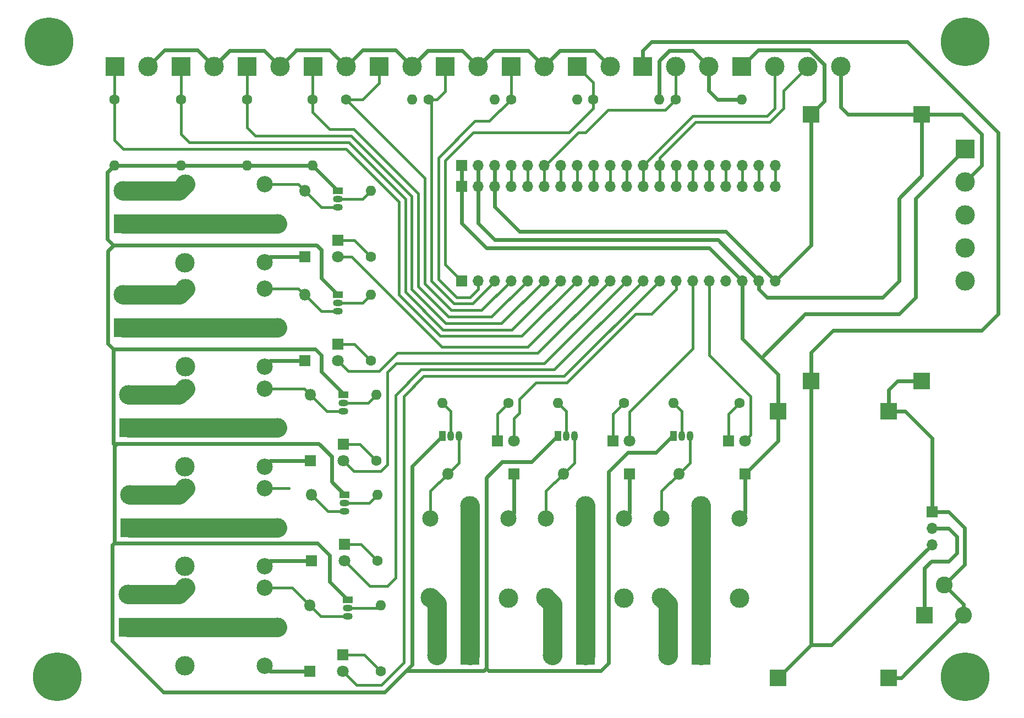
<source format=gbr>
%TF.GenerationSoftware,KiCad,Pcbnew,(6.0.5)*%
%TF.CreationDate,2024-03-19T18:28:54+03:00*%
%TF.ProjectId,gas_detection,6761735f-6465-4746-9563-74696f6e2e6b,rev?*%
%TF.SameCoordinates,Original*%
%TF.FileFunction,Copper,L1,Top*%
%TF.FilePolarity,Positive*%
%FSLAX46Y46*%
G04 Gerber Fmt 4.6, Leading zero omitted, Abs format (unit mm)*
G04 Created by KiCad (PCBNEW (6.0.5)) date 2024-03-19 18:28:54*
%MOMM*%
%LPD*%
G01*
G04 APERTURE LIST*
%TA.AperFunction,ComponentPad*%
%ADD10R,1.050000X1.500000*%
%TD*%
%TA.AperFunction,ComponentPad*%
%ADD11O,1.050000X1.500000*%
%TD*%
%TA.AperFunction,ComponentPad*%
%ADD12C,1.600000*%
%TD*%
%TA.AperFunction,ComponentPad*%
%ADD13O,1.600000X1.600000*%
%TD*%
%TA.AperFunction,ComponentPad*%
%ADD14C,3.000000*%
%TD*%
%TA.AperFunction,ComponentPad*%
%ADD15C,2.500000*%
%TD*%
%TA.AperFunction,ComponentPad*%
%ADD16R,3.000000X3.000000*%
%TD*%
%TA.AperFunction,ComponentPad*%
%ADD17R,2.600000X2.600000*%
%TD*%
%TA.AperFunction,ComponentPad*%
%ADD18C,2.600000*%
%TD*%
%TA.AperFunction,ComponentPad*%
%ADD19C,7.500000*%
%TD*%
%TA.AperFunction,ComponentPad*%
%ADD20R,1.800000X1.800000*%
%TD*%
%TA.AperFunction,ComponentPad*%
%ADD21C,1.800000*%
%TD*%
%TA.AperFunction,ComponentPad*%
%ADD22R,1.700000X1.700000*%
%TD*%
%TA.AperFunction,ComponentPad*%
%ADD23O,1.700000X1.700000*%
%TD*%
%TA.AperFunction,ComponentPad*%
%ADD24R,1.500000X1.050000*%
%TD*%
%TA.AperFunction,ComponentPad*%
%ADD25O,1.500000X1.050000*%
%TD*%
%TA.AperFunction,ComponentPad*%
%ADD26O,1.800000X1.800000*%
%TD*%
%TA.AperFunction,ComponentPad*%
%ADD27R,2.500000X2.500000*%
%TD*%
%TA.AperFunction,Conductor*%
%ADD28C,0.600000*%
%TD*%
%TA.AperFunction,Conductor*%
%ADD29C,0.400000*%
%TD*%
%TA.AperFunction,Conductor*%
%ADD30C,3.000000*%
%TD*%
G04 APERTURE END LIST*
D10*
%TO.P,Q7,1,E*%
%TO.N,GND*%
X160880000Y-110240000D03*
D11*
%TO.P,Q7,2,B*%
%TO.N,Net-(Q7-Pad2)*%
X162150000Y-110240000D03*
%TO.P,Q7,3,C*%
%TO.N,Net-(D11-Pad2)*%
X163420000Y-110240000D03*
%TD*%
D12*
%TO.P,R13,1*%
%TO.N,Float_Chamber4_min*%
X102870000Y-58420000D03*
D13*
%TO.P,R13,2*%
%TO.N,GND*%
X102870000Y-68580000D03*
%TD*%
D14*
%TO.P,K7,1*%
%TO.N,Net-(J14-Pad1)*%
X165100000Y-121040000D03*
D15*
%TO.P,K7,2*%
%TO.N,Net-(D11-Pad2)*%
X159050000Y-122990000D03*
D14*
%TO.P,K7,3*%
%TO.N,Net-(J14-Pad2)*%
X159050000Y-135190000D03*
%TO.P,K7,4*%
%TO.N,unconnected-(K7-Pad4)*%
X171100000Y-135240000D03*
D15*
%TO.P,K7,5*%
%TO.N,+5V*%
X171050000Y-122990000D03*
%TD*%
D14*
%TO.P,K6,1*%
%TO.N,Net-(J13-Pad1)*%
X147320000Y-121040000D03*
D15*
%TO.P,K6,2*%
%TO.N,Net-(D10-Pad2)*%
X141270000Y-122990000D03*
D14*
%TO.P,K6,3*%
%TO.N,Net-(J13-Pad2)*%
X141270000Y-135190000D03*
%TO.P,K6,4*%
%TO.N,unconnected-(K6-Pad4)*%
X153320000Y-135240000D03*
D15*
%TO.P,K6,5*%
%TO.N,+5V*%
X153270000Y-122990000D03*
%TD*%
D16*
%TO.P,J17,1,Pin_1*%
%TO.N,Float_Chamber2_min*%
X143510000Y-53340000D03*
D14*
%TO.P,J17,2,Pin_2*%
%TO.N,+3V3*%
X148590000Y-53340000D03*
%TD*%
D17*
%TO.P,J1,1*%
%TO.N,Net-(J1-Pad1)*%
X217320000Y-137910000D03*
D18*
%TO.P,J1,2*%
%TO.N,GND*%
X223320000Y-137910000D03*
%TO.P,J1,3*%
X220320000Y-133210000D03*
%TD*%
D16*
%TO.P,J12,1,Pin_1*%
%TO.N,Net-(J12-Pad1)*%
X94740000Y-139700000D03*
D14*
%TO.P,J12,2,Pin_2*%
%TO.N,Net-(J12-Pad2)*%
X94740000Y-134620000D03*
%TD*%
D19*
%TO.P,H4,1*%
%TO.N,N/C*%
X82550000Y-49530000D03*
%TD*%
D20*
%TO.P,D14,1,K*%
%TO.N,Net-(D14-Pad1)*%
X151560000Y-111000000D03*
D21*
%TO.P,D14,2,A*%
%TO.N,Solenoid2_Output*%
X154100000Y-111000000D03*
%TD*%
D16*
%TO.P,J11,1,Pin_1*%
%TO.N,Net-(J11-Pad1)*%
X95030000Y-124370000D03*
D14*
%TO.P,J11,2,Pin_2*%
%TO.N,Net-(J11-Pad2)*%
X95030000Y-119290000D03*
%TD*%
D12*
%TO.P,R2,1*%
%TO.N,Net-(D5-Pad1)*%
X132080000Y-82660000D03*
D13*
%TO.P,R2,2*%
%TO.N,Net-(Q1-Pad2)*%
X132080000Y-72500000D03*
%TD*%
D19*
%TO.P,H2,1*%
%TO.N,N/C*%
X83820000Y-147320000D03*
%TD*%
D22*
%TO.P,J2,1,Pin_1*%
%TO.N,Float_Chamber1_min*%
X146055000Y-86360000D03*
D23*
%TO.P,J2,2,Pin_2*%
%TO.N,Float_Chamber1_max*%
X148595000Y-86360000D03*
%TO.P,J2,3,Pin_3*%
%TO.N,Float_Chamber2_min*%
X151135000Y-86360000D03*
%TO.P,J2,4,Pin_4*%
%TO.N,Float_Chamber2_max*%
X153675000Y-86360000D03*
%TO.P,J2,5,Pin_5*%
%TO.N,Float_Chamber3_min*%
X156215000Y-86360000D03*
%TO.P,J2,6,Pin_6*%
%TO.N,Float_Chamber3_max*%
X158755000Y-86360000D03*
%TO.P,J2,7,Pin_7*%
%TO.N,Float_Chamber4_min*%
X161295000Y-86360000D03*
%TO.P,J2,8,Pin_8*%
%TO.N,Float_Chamber4_max*%
X163835000Y-86360000D03*
%TO.P,J2,9,Pin_9*%
%TO.N,Electrode1_Output*%
X166375000Y-86360000D03*
%TO.P,J2,10,Pin_10*%
%TO.N,Electrode2_Output*%
X168915000Y-86360000D03*
%TO.P,J2,11,Pin_11*%
%TO.N,Electrode3_Output*%
X171455000Y-86360000D03*
%TO.P,J2,12,Pin_12*%
%TO.N,Electrode4_Output*%
X173995000Y-86360000D03*
%TO.P,J2,13,Pin_13*%
%TO.N,Solenoid1_Output*%
X176535000Y-86360000D03*
%TO.P,J2,14,Pin_14*%
%TO.N,Solenoid2_Output*%
X179075000Y-86360000D03*
%TO.P,J2,15,Pin_15*%
%TO.N,Solenoid3_Output*%
X181615000Y-86360000D03*
%TO.P,J2,16,Pin_16*%
%TO.N,Solenoid4_Output*%
X184155000Y-86360000D03*
%TO.P,J2,17,Pin_17*%
%TO.N,OLED_SDA*%
X186695000Y-86360000D03*
%TO.P,J2,18,Pin_18*%
%TO.N,+5V*%
X189235000Y-86360000D03*
%TO.P,J2,19,Pin_19*%
%TO.N,GND*%
X191775000Y-86360000D03*
%TO.P,J2,20,Pin_20*%
%TO.N,+3V3*%
X194315000Y-86360000D03*
%TD*%
D19*
%TO.P,H3,1*%
%TO.N,N/C*%
X223520000Y-49530000D03*
%TD*%
D12*
%TO.P,R1,1*%
%TO.N,Gas_Pressure_Out*%
X178990000Y-58420000D03*
D13*
%TO.P,R1,2*%
%TO.N,GND*%
X189150000Y-58420000D03*
%TD*%
D24*
%TO.P,Q3,1,E*%
%TO.N,GND*%
X127880000Y-103940000D03*
D25*
%TO.P,Q3,2,B*%
%TO.N,Net-(Q3-Pad2)*%
X127880000Y-105210000D03*
%TO.P,Q3,3,C*%
%TO.N,Net-(D3-Pad2)*%
X127880000Y-106480000D03*
%TD*%
D16*
%TO.P,J20,1,Pin_1*%
%TO.N,Float_Chamber1_max*%
X153670000Y-53340000D03*
D14*
%TO.P,J20,2,Pin_2*%
%TO.N,+3V3*%
X158750000Y-53340000D03*
%TD*%
D16*
%TO.P,J9,1,Pin_1*%
%TO.N,Net-(J9-Pad1)*%
X94000000Y-93610000D03*
D14*
%TO.P,J9,2,Pin_2*%
%TO.N,Net-(J9-Pad2)*%
X94000000Y-88530000D03*
%TD*%
D20*
%TO.P,D5,1,K*%
%TO.N,Net-(D5-Pad1)*%
X127000000Y-80120000D03*
D21*
%TO.P,D5,2,A*%
%TO.N,Electrode1_Output*%
X127000000Y-82660000D03*
%TD*%
D14*
%TO.P,K2,1*%
%TO.N,Net-(J9-Pad1)*%
X117740000Y-93610000D03*
D15*
%TO.P,K2,2*%
%TO.N,Net-(D2-Pad2)*%
X115790000Y-87560000D03*
D14*
%TO.P,K2,3*%
%TO.N,Net-(J9-Pad2)*%
X103590000Y-87560000D03*
%TO.P,K2,4*%
%TO.N,unconnected-(K2-Pad4)*%
X103540000Y-99610000D03*
D15*
%TO.P,K2,5*%
%TO.N,+5V*%
X115790000Y-99560000D03*
%TD*%
D24*
%TO.P,Q4,1,E*%
%TO.N,GND*%
X128050000Y-119290000D03*
D25*
%TO.P,Q4,2,B*%
%TO.N,Net-(Q4-Pad2)*%
X128050000Y-120560000D03*
%TO.P,Q4,3,C*%
%TO.N,Net-(D4-Pad2)*%
X128050000Y-121830000D03*
%TD*%
D12*
%TO.P,R3,1*%
%TO.N,Net-(D6-Pad1)*%
X132100000Y-98690000D03*
D13*
%TO.P,R3,2*%
%TO.N,Net-(Q2-Pad2)*%
X132100000Y-88530000D03*
%TD*%
D20*
%TO.P,D16,1,K*%
%TO.N,Net-(D16-Pad1)*%
X187120000Y-111000000D03*
D21*
%TO.P,D16,2,A*%
%TO.N,Solenoid4_Output*%
X189660000Y-111000000D03*
%TD*%
D12*
%TO.P,R17,1*%
%TO.N,Float_Chamber4_max*%
X92630000Y-58420000D03*
D13*
%TO.P,R17,2*%
%TO.N,GND*%
X92630000Y-68580000D03*
%TD*%
D12*
%TO.P,R12,1*%
%TO.N,Float_Chamber3_min*%
X123110000Y-58420000D03*
D13*
%TO.P,R12,2*%
%TO.N,GND*%
X123110000Y-68580000D03*
%TD*%
D12*
%TO.P,R16,1*%
%TO.N,Float_Chamber3_max*%
X113030000Y-58420000D03*
D13*
%TO.P,R16,2*%
%TO.N,GND*%
X113030000Y-68580000D03*
%TD*%
D20*
%TO.P,D8,1,K*%
%TO.N,Net-(D8-Pad1)*%
X128050000Y-126910000D03*
D21*
%TO.P,D8,2,A*%
%TO.N,Electrode4_Output*%
X128050000Y-129450000D03*
%TD*%
D20*
%TO.P,D7,1,K*%
%TO.N,Net-(D7-Pad1)*%
X127880000Y-111560000D03*
D21*
%TO.P,D7,2,A*%
%TO.N,Electrode3_Output*%
X127880000Y-114100000D03*
%TD*%
D12*
%TO.P,R11,1*%
%TO.N,Float_Chamber2_min*%
X140970000Y-58420000D03*
D13*
%TO.P,R11,2*%
%TO.N,GND*%
X151130000Y-58420000D03*
%TD*%
D16*
%TO.P,J15,1,Pin_1*%
%TO.N,Net-(J15-Pad1)*%
X182880000Y-144020000D03*
D14*
%TO.P,J15,2,Pin_2*%
%TO.N,Net-(J15-Pad2)*%
X177800000Y-144020000D03*
%TD*%
%TO.P,K4,1*%
%TO.N,Net-(J11-Pad1)*%
X117720000Y-124370000D03*
D15*
%TO.P,K4,2*%
%TO.N,Net-(D4-Pad2)*%
X115770000Y-118320000D03*
D14*
%TO.P,K4,3*%
%TO.N,Net-(J11-Pad2)*%
X103570000Y-118320000D03*
%TO.P,K4,4*%
%TO.N,unconnected-(K4-Pad4)*%
X103520000Y-130370000D03*
D15*
%TO.P,K4,5*%
%TO.N,+5V*%
X115770000Y-130320000D03*
%TD*%
D12*
%TO.P,R4,1*%
%TO.N,Net-(D7-Pad1)*%
X132960000Y-114100000D03*
D13*
%TO.P,R4,2*%
%TO.N,Net-(Q3-Pad2)*%
X132960000Y-103940000D03*
%TD*%
D16*
%TO.P,J23,1,Pin_1*%
%TO.N,Float_Chamber4_max*%
X92710000Y-53340000D03*
D14*
%TO.P,J23,2,Pin_2*%
%TO.N,+3V3*%
X97790000Y-53340000D03*
%TD*%
D16*
%TO.P,J10,1,Pin_1*%
%TO.N,Net-(J10-Pad1)*%
X94860000Y-109020000D03*
D14*
%TO.P,J10,2,Pin_2*%
%TO.N,Net-(J10-Pad2)*%
X94860000Y-103940000D03*
%TD*%
D12*
%TO.P,R5,1*%
%TO.N,Net-(D8-Pad1)*%
X133130000Y-129450000D03*
D13*
%TO.P,R5,2*%
%TO.N,Net-(Q4-Pad2)*%
X133130000Y-119290000D03*
%TD*%
D22*
%TO.P,SW1,1,A*%
%TO.N,GND*%
X218440000Y-121920000D03*
D23*
%TO.P,SW1,2,B*%
%TO.N,Net-(J1-Pad1)*%
X218440000Y-124460000D03*
%TO.P,SW1,3,C*%
%TO.N,+24V*%
X218440000Y-127000000D03*
%TD*%
D16*
%TO.P,J18,1,Pin_1*%
%TO.N,Float_Chamber3_min*%
X123190000Y-53340000D03*
D14*
%TO.P,J18,2,Pin_2*%
%TO.N,+3V3*%
X128270000Y-53340000D03*
%TD*%
D20*
%TO.P,D1,1,K*%
%TO.N,+5V*%
X121920000Y-82660000D03*
D26*
%TO.P,D1,2,A*%
%TO.N,Net-(D1-Pad2)*%
X121920000Y-72500000D03*
%TD*%
D16*
%TO.P,J19,1,Pin_1*%
%TO.N,Float_Chamber4_min*%
X102870000Y-53340000D03*
D14*
%TO.P,J19,2,Pin_2*%
%TO.N,+3V3*%
X107950000Y-53340000D03*
%TD*%
D10*
%TO.P,Q6,1,E*%
%TO.N,GND*%
X143100000Y-110240000D03*
D11*
%TO.P,Q6,2,B*%
%TO.N,Net-(Q6-Pad2)*%
X144370000Y-110240000D03*
%TO.P,Q6,3,C*%
%TO.N,Net-(D10-Pad2)*%
X145640000Y-110240000D03*
%TD*%
D12*
%TO.P,R9,1*%
%TO.N,Net-(D16-Pad1)*%
X188820000Y-105160000D03*
D13*
%TO.P,R9,2*%
%TO.N,Net-(Q8-Pad2)*%
X178660000Y-105160000D03*
%TD*%
D27*
%TO.P,U1,1,IN+*%
%TO.N,+24V*%
X199805000Y-101810000D03*
%TO.P,U1,2,IN-*%
%TO.N,GND*%
X216865000Y-101810000D03*
%TO.P,U1,3,OUT+*%
%TO.N,+3V3*%
X199805000Y-60750000D03*
%TO.P,U1,4,OUT-*%
%TO.N,GND*%
X216865000Y-60750000D03*
%TD*%
D22*
%TO.P,J4,1,Pin_1*%
%TO.N,+5V*%
X146060000Y-71860000D03*
D23*
%TO.P,J4,2,Pin_2*%
%TO.N,GND*%
X148600000Y-71860000D03*
%TO.P,J4,3,Pin_3*%
%TO.N,+3V3*%
X151140000Y-71860000D03*
%TO.P,J4,4,Pin_4*%
%TO.N,OLED_SCL*%
X153680000Y-71860000D03*
%TO.P,J4,5,Pin_5*%
%TO.N,OLED_RST*%
X156220000Y-71860000D03*
%TO.P,J4,6,Pin_6*%
%TO.N,Gas_Pressure_Out*%
X158760000Y-71860000D03*
%TO.P,J4,7,Pin_7*%
%TO.N,/general_layout/PB0*%
X161300000Y-71860000D03*
%TO.P,J4,8,Pin_8*%
%TO.N,/general_layout/PA7*%
X163840000Y-71860000D03*
%TO.P,J4,9,Pin_9*%
%TO.N,/general_layout/PA6*%
X166380000Y-71860000D03*
%TO.P,J4,10,Pin_10*%
%TO.N,/general_layout/PA5*%
X168920000Y-71860000D03*
%TO.P,J4,11,Pin_11*%
%TO.N,/general_layout/PA4*%
X171460000Y-71860000D03*
%TO.P,J4,12,Pin_12*%
%TO.N,Gas_Flowrate_Tx*%
X174000000Y-71860000D03*
%TO.P,J4,13,Pin_13*%
%TO.N,Gas_Flowrate_Rx*%
X176540000Y-71860000D03*
%TO.P,J4,14,Pin_14*%
%TO.N,/general_layout/PA1*%
X179080000Y-71860000D03*
%TO.P,J4,15,Pin_15*%
%TO.N,/general_layout/PA0*%
X181620000Y-71860000D03*
%TO.P,J4,16,Pin_16*%
%TO.N,/general_layout/NRST*%
X184160000Y-71860000D03*
%TO.P,J4,17,Pin_17*%
%TO.N,/general_layout/PC15*%
X186700000Y-71860000D03*
%TO.P,J4,18,Pin_18*%
%TO.N,/general_layout/PC14*%
X189240000Y-71860000D03*
%TO.P,J4,19,Pin_19*%
%TO.N,/general_layout/PC13*%
X191780000Y-71860000D03*
%TO.P,J4,20,Pin_20*%
%TO.N,/general_layout/VB*%
X194320000Y-71860000D03*
%TD*%
D12*
%TO.P,R14,1*%
%TO.N,Float_Chamber1_max*%
X153670000Y-58420000D03*
D13*
%TO.P,R14,2*%
%TO.N,GND*%
X163830000Y-58420000D03*
%TD*%
D16*
%TO.P,J5,1,Pin_1*%
%TO.N,+5V*%
X223520000Y-66040000D03*
D14*
%TO.P,J5,2,Pin_2*%
%TO.N,GND*%
X223520000Y-71120000D03*
%TO.P,J5,3,Pin_3*%
%TO.N,OLED_RST*%
X223520000Y-76200000D03*
%TO.P,J5,4,Pin_4*%
%TO.N,OLED_SCL*%
X223520000Y-81280000D03*
%TO.P,J5,5,Pin_5*%
%TO.N,OLED_SDA*%
X223520000Y-86360000D03*
%TD*%
D16*
%TO.P,J13,1,Pin_1*%
%TO.N,Net-(J13-Pad1)*%
X147320000Y-144020000D03*
D14*
%TO.P,J13,2,Pin_2*%
%TO.N,Net-(J13-Pad2)*%
X142240000Y-144020000D03*
%TD*%
D20*
%TO.P,D4,1,K*%
%TO.N,+5V*%
X122970000Y-129450000D03*
D26*
%TO.P,D4,2,A*%
%TO.N,Net-(D4-Pad2)*%
X122970000Y-119290000D03*
%TD*%
D12*
%TO.P,R15,1*%
%TO.N,Float_Chamber2_max*%
X128270000Y-58420000D03*
D13*
%TO.P,R15,2*%
%TO.N,GND*%
X138430000Y-58420000D03*
%TD*%
D12*
%TO.P,R7,1*%
%TO.N,Net-(D14-Pad1)*%
X153260000Y-105160000D03*
D13*
%TO.P,R7,2*%
%TO.N,Net-(Q6-Pad2)*%
X143100000Y-105160000D03*
%TD*%
D16*
%TO.P,J22,1,Pin_1*%
%TO.N,Float_Chamber3_max*%
X113030000Y-53340000D03*
D14*
%TO.P,J22,2,Pin_2*%
%TO.N,+3V3*%
X118110000Y-53340000D03*
%TD*%
%TO.P,K1,1*%
%TO.N,Net-(J8-Pad1)*%
X117720000Y-77580000D03*
D15*
%TO.P,K1,2*%
%TO.N,Net-(D1-Pad2)*%
X115770000Y-71530000D03*
D14*
%TO.P,K1,3*%
%TO.N,Net-(J8-Pad2)*%
X103570000Y-71530000D03*
%TO.P,K1,4*%
%TO.N,unconnected-(K1-Pad4)*%
X103520000Y-83580000D03*
D15*
%TO.P,K1,5*%
%TO.N,+5V*%
X115770000Y-83530000D03*
%TD*%
D24*
%TO.P,Q1,1,E*%
%TO.N,GND*%
X127000000Y-72500000D03*
D25*
%TO.P,Q1,2,B*%
%TO.N,Net-(Q1-Pad2)*%
X127000000Y-73770000D03*
%TO.P,Q1,3,C*%
%TO.N,Net-(D1-Pad2)*%
X127000000Y-75040000D03*
%TD*%
D16*
%TO.P,J16,1,Pin_1*%
%TO.N,Float_Chamber1_min*%
X163830000Y-53340000D03*
D14*
%TO.P,J16,2,Pin_2*%
%TO.N,+3V3*%
X168910000Y-53340000D03*
%TD*%
D16*
%TO.P,J14,1,Pin_1*%
%TO.N,Net-(J14-Pad1)*%
X165100000Y-144020000D03*
D14*
%TO.P,J14,2,Pin_2*%
%TO.N,Net-(J14-Pad2)*%
X160020000Y-144020000D03*
%TD*%
D16*
%TO.P,J8,1,Pin_1*%
%TO.N,Net-(J8-Pad1)*%
X93980000Y-77580000D03*
D14*
%TO.P,J8,2,Pin_2*%
%TO.N,Net-(J8-Pad2)*%
X93980000Y-72500000D03*
%TD*%
D16*
%TO.P,J6,1,Pin_1*%
%TO.N,+24V*%
X173910000Y-53340000D03*
D14*
%TO.P,J6,2,Pin_2*%
%TO.N,Gas_Pressure_Out*%
X178990000Y-53340000D03*
%TO.P,J6,3,Pin_3*%
%TO.N,GND*%
X184070000Y-53340000D03*
%TD*%
D20*
%TO.P,D15,1,K*%
%TO.N,Net-(D15-Pad1)*%
X169340000Y-111000000D03*
D21*
%TO.P,D15,2,A*%
%TO.N,Solenoid3_Output*%
X171880000Y-111000000D03*
%TD*%
D12*
%TO.P,R6,1*%
%TO.N,Net-(D13-Pad1)*%
X133600000Y-146480000D03*
D13*
%TO.P,R6,2*%
%TO.N,Net-(Q5-Pad2)*%
X133600000Y-136320000D03*
%TD*%
D20*
%TO.P,D13,1,K*%
%TO.N,Net-(D13-Pad1)*%
X127760000Y-143940000D03*
D21*
%TO.P,D13,2,A*%
%TO.N,Solenoid1_Output*%
X127760000Y-146480000D03*
%TD*%
D14*
%TO.P,K8,1*%
%TO.N,Net-(J15-Pad1)*%
X182880000Y-121040000D03*
D15*
%TO.P,K8,2*%
%TO.N,Net-(D12-Pad2)*%
X176830000Y-122990000D03*
D14*
%TO.P,K8,3*%
%TO.N,Net-(J15-Pad2)*%
X176830000Y-135190000D03*
%TO.P,K8,4*%
%TO.N,unconnected-(K8-Pad4)*%
X188880000Y-135240000D03*
D15*
%TO.P,K8,5*%
%TO.N,+5V*%
X188830000Y-122990000D03*
%TD*%
D27*
%TO.P,U2,1,IN+*%
%TO.N,+24V*%
X194725000Y-147530000D03*
%TO.P,U2,2,IN-*%
%TO.N,GND*%
X211785000Y-147530000D03*
%TO.P,U2,3,OUT+*%
%TO.N,+5V*%
X194725000Y-106470000D03*
%TO.P,U2,4,OUT-*%
%TO.N,GND*%
X211785000Y-106470000D03*
%TD*%
D20*
%TO.P,D3,1,K*%
%TO.N,+5V*%
X122800000Y-114100000D03*
D26*
%TO.P,D3,2,A*%
%TO.N,Net-(D3-Pad2)*%
X122800000Y-103940000D03*
%TD*%
D14*
%TO.P,K5,1*%
%TO.N,Net-(J12-Pad1)*%
X117720000Y-139700000D03*
D15*
%TO.P,K5,2*%
%TO.N,Net-(D9-Pad2)*%
X115770000Y-133650000D03*
D14*
%TO.P,K5,3*%
%TO.N,Net-(J12-Pad2)*%
X103570000Y-133650000D03*
%TO.P,K5,4*%
%TO.N,unconnected-(K5-Pad4)*%
X103520000Y-145700000D03*
D15*
%TO.P,K5,5*%
%TO.N,+5V*%
X115770000Y-145650000D03*
%TD*%
D16*
%TO.P,J7,1,Pin_1*%
%TO.N,+3V3*%
X189150000Y-53340000D03*
D14*
%TO.P,J7,2,Pin_2*%
%TO.N,Gas_Flowrate_Tx*%
X194230000Y-53340000D03*
%TO.P,J7,3,Pin_3*%
%TO.N,Gas_Flowrate_Rx*%
X199310000Y-53340000D03*
%TO.P,J7,4,Pin_4*%
%TO.N,GND*%
X204390000Y-53340000D03*
%TD*%
D16*
%TO.P,J21,1,Pin_1*%
%TO.N,Float_Chamber2_max*%
X133350000Y-53340000D03*
D14*
%TO.P,J21,2,Pin_2*%
%TO.N,+3V3*%
X138430000Y-53340000D03*
%TD*%
D20*
%TO.P,D6,1,K*%
%TO.N,Net-(D6-Pad1)*%
X127020000Y-96150000D03*
D21*
%TO.P,D6,2,A*%
%TO.N,Electrode2_Output*%
X127020000Y-98690000D03*
%TD*%
D12*
%TO.P,R8,1*%
%TO.N,Net-(D15-Pad1)*%
X171040000Y-105160000D03*
D13*
%TO.P,R8,2*%
%TO.N,Net-(Q7-Pad2)*%
X160880000Y-105160000D03*
%TD*%
D22*
%TO.P,J3,1,Pin_1*%
%TO.N,+5V*%
X146060000Y-68580000D03*
D23*
%TO.P,J3,2,Pin_2*%
%TO.N,GND*%
X148600000Y-68580000D03*
%TO.P,J3,3,Pin_3*%
%TO.N,+3V3*%
X151140000Y-68580000D03*
%TO.P,J3,4,Pin_4*%
%TO.N,OLED_SCL*%
X153680000Y-68580000D03*
%TO.P,J3,5,Pin_5*%
%TO.N,OLED_RST*%
X156220000Y-68580000D03*
%TO.P,J3,6,Pin_6*%
%TO.N,Gas_Pressure_Out*%
X158760000Y-68580000D03*
%TO.P,J3,7,Pin_7*%
%TO.N,/general_layout/PB0*%
X161300000Y-68580000D03*
%TO.P,J3,8,Pin_8*%
%TO.N,/general_layout/PA7*%
X163840000Y-68580000D03*
%TO.P,J3,9,Pin_9*%
%TO.N,/general_layout/PA6*%
X166380000Y-68580000D03*
%TO.P,J3,10,Pin_10*%
%TO.N,/general_layout/PA5*%
X168920000Y-68580000D03*
%TO.P,J3,11,Pin_11*%
%TO.N,/general_layout/PA4*%
X171460000Y-68580000D03*
%TO.P,J3,12,Pin_12*%
%TO.N,Gas_Flowrate_Tx*%
X174000000Y-68580000D03*
%TO.P,J3,13,Pin_13*%
%TO.N,Gas_Flowrate_Rx*%
X176540000Y-68580000D03*
%TO.P,J3,14,Pin_14*%
%TO.N,/general_layout/PA1*%
X179080000Y-68580000D03*
%TO.P,J3,15,Pin_15*%
%TO.N,/general_layout/PA0*%
X181620000Y-68580000D03*
%TO.P,J3,16,Pin_16*%
%TO.N,/general_layout/NRST*%
X184160000Y-68580000D03*
%TO.P,J3,17,Pin_17*%
%TO.N,/general_layout/PC15*%
X186700000Y-68580000D03*
%TO.P,J3,18,Pin_18*%
%TO.N,/general_layout/PC14*%
X189240000Y-68580000D03*
%TO.P,J3,19,Pin_19*%
%TO.N,/general_layout/PC13*%
X191780000Y-68580000D03*
%TO.P,J3,20,Pin_20*%
%TO.N,/general_layout/VB*%
X194320000Y-68580000D03*
%TD*%
D19*
%TO.P,H1,1*%
%TO.N,N/C*%
X223520000Y-147320000D03*
%TD*%
D20*
%TO.P,D12,1,K*%
%TO.N,+5V*%
X189660000Y-116080000D03*
D26*
%TO.P,D12,2,A*%
%TO.N,Net-(D12-Pad2)*%
X179500000Y-116080000D03*
%TD*%
D20*
%TO.P,D11,1,K*%
%TO.N,+5V*%
X171880000Y-116080000D03*
D26*
%TO.P,D11,2,A*%
%TO.N,Net-(D11-Pad2)*%
X161720000Y-116080000D03*
%TD*%
D10*
%TO.P,Q8,1,E*%
%TO.N,GND*%
X178660000Y-110240000D03*
D11*
%TO.P,Q8,2,B*%
%TO.N,Net-(Q8-Pad2)*%
X179930000Y-110240000D03*
%TO.P,Q8,3,C*%
%TO.N,Net-(D12-Pad2)*%
X181200000Y-110240000D03*
%TD*%
D20*
%TO.P,D10,1,K*%
%TO.N,+5V*%
X154100000Y-116080000D03*
D26*
%TO.P,D10,2,A*%
%TO.N,Net-(D10-Pad2)*%
X143940000Y-116080000D03*
%TD*%
D24*
%TO.P,Q5,1,E*%
%TO.N,GND*%
X128520000Y-135480000D03*
D25*
%TO.P,Q5,2,B*%
%TO.N,Net-(Q5-Pad2)*%
X128520000Y-136750000D03*
%TO.P,Q5,3,C*%
%TO.N,Net-(D9-Pad2)*%
X128520000Y-138020000D03*
%TD*%
D14*
%TO.P,K3,1*%
%TO.N,Net-(J10-Pad1)*%
X117720000Y-109020000D03*
D15*
%TO.P,K3,2*%
%TO.N,Net-(D3-Pad2)*%
X115770000Y-102970000D03*
D14*
%TO.P,K3,3*%
%TO.N,Net-(J10-Pad2)*%
X103570000Y-102970000D03*
%TO.P,K3,4*%
%TO.N,unconnected-(K3-Pad4)*%
X103520000Y-115020000D03*
D15*
%TO.P,K3,5*%
%TO.N,+5V*%
X115770000Y-114970000D03*
%TD*%
D12*
%TO.P,R10,1*%
%TO.N,Float_Chamber1_min*%
X166290000Y-58420000D03*
D13*
%TO.P,R10,2*%
%TO.N,GND*%
X176450000Y-58420000D03*
%TD*%
D20*
%TO.P,D9,1,K*%
%TO.N,+5V*%
X122680000Y-146480000D03*
D26*
%TO.P,D9,2,A*%
%TO.N,Net-(D9-Pad2)*%
X122680000Y-136320000D03*
%TD*%
D20*
%TO.P,D2,1,K*%
%TO.N,+5V*%
X121940000Y-98690000D03*
D26*
%TO.P,D2,2,A*%
%TO.N,Net-(D2-Pad2)*%
X121940000Y-88530000D03*
%TD*%
D24*
%TO.P,Q2,1,E*%
%TO.N,GND*%
X127020000Y-88530000D03*
D25*
%TO.P,Q2,2,B*%
%TO.N,Net-(Q2-Pad2)*%
X127020000Y-89800000D03*
%TO.P,Q2,3,C*%
%TO.N,Net-(D2-Pad2)*%
X127020000Y-91070000D03*
%TD*%
D28*
%TO.N,GND*%
X211785000Y-103175000D02*
X211785000Y-106470000D01*
X213150000Y-101810000D02*
X211785000Y-103175000D01*
X216865000Y-101810000D02*
X213150000Y-101810000D01*
X184070000Y-57070000D02*
X184070000Y-53340000D01*
X185420000Y-58420000D02*
X184070000Y-57070000D01*
X189150000Y-58420000D02*
X185420000Y-58420000D01*
X177996089Y-50940489D02*
X181670489Y-50940489D01*
X176450000Y-52486578D02*
X177996089Y-50940489D01*
X176450000Y-58420000D02*
X176450000Y-52486578D01*
X181670489Y-50940489D02*
X184070000Y-53340000D01*
D29*
%TO.N,Gas_Flowrate_Rx*%
X176540000Y-67453534D02*
X176540000Y-68580000D01*
X193454015Y-61959519D02*
X182034014Y-61959520D01*
X195580000Y-59833534D02*
X193454015Y-61959519D01*
X182034014Y-61959520D02*
X176540000Y-67453534D01*
X195580000Y-57070000D02*
X195580000Y-59833534D01*
X199310000Y-53340000D02*
X195580000Y-57070000D01*
D28*
%TO.N,+24V*%
X173910000Y-50880000D02*
X173910000Y-53340000D01*
X175260000Y-49530000D02*
X173910000Y-50880000D01*
X226060000Y-93980000D02*
X228600000Y-91440000D01*
X228600000Y-91440000D02*
X228600000Y-63500000D01*
X199805000Y-97375000D02*
X203200000Y-93980000D01*
X203200000Y-93980000D02*
X226060000Y-93980000D01*
X228600000Y-63500000D02*
X214630000Y-49530000D01*
X199805000Y-101810000D02*
X199805000Y-97375000D01*
X214630000Y-49530000D02*
X175260000Y-49530000D01*
X202990000Y-142450000D02*
X199805000Y-142450000D01*
X218440000Y-127000000D02*
X202990000Y-142450000D01*
X199805000Y-142450000D02*
X194725000Y-147530000D01*
X199805000Y-101810000D02*
X199805000Y-142450000D01*
%TO.N,GND*%
X220980000Y-121920000D02*
X218440000Y-121920000D01*
X223449520Y-124389520D02*
X220980000Y-121920000D01*
X223449520Y-130080480D02*
X223449520Y-124389520D01*
X220320000Y-133210000D02*
X223449520Y-130080480D01*
%TO.N,Net-(J1-Pad1)*%
X222250000Y-125730000D02*
X220980000Y-124460000D01*
X218374183Y-129540000D02*
X220980000Y-129540000D01*
X220980000Y-129540000D02*
X222250000Y-128270000D01*
X222250000Y-128270000D02*
X222250000Y-125730000D01*
X217320000Y-130594183D02*
X218374183Y-129540000D01*
X220980000Y-124460000D02*
X218440000Y-124460000D01*
X217320000Y-137910000D02*
X217320000Y-130594183D01*
%TO.N,GND*%
X213700000Y-147530000D02*
X223320000Y-137910000D01*
X211785000Y-147530000D02*
X213700000Y-147530000D01*
X214325000Y-106470000D02*
X218440000Y-110585000D01*
X211785000Y-106470000D02*
X214325000Y-106470000D01*
X216865000Y-70155000D02*
X216865000Y-60750000D01*
X204390000Y-59610000D02*
X204390000Y-53340000D01*
X205530000Y-60750000D02*
X204390000Y-59610000D01*
X216865000Y-60750000D02*
X205530000Y-60750000D01*
X223029022Y-60750000D02*
X216865000Y-60750000D01*
X226060000Y-63780978D02*
X223029022Y-60750000D01*
X226060000Y-68580000D02*
X226060000Y-63780978D01*
X223520000Y-71120000D02*
X226060000Y-68580000D01*
%TO.N,+5V*%
X122970000Y-129450000D02*
X116640000Y-129450000D01*
X171880000Y-122160000D02*
X171050000Y-122990000D01*
X184155000Y-81280000D02*
X149860000Y-81280000D01*
X215900000Y-73660000D02*
X215900000Y-88900000D01*
X116600000Y-146480000D02*
X115770000Y-145650000D01*
X116640000Y-129450000D02*
X115770000Y-130320000D01*
X213360000Y-91440000D02*
X198950000Y-91440000D01*
X146060000Y-68580000D02*
X146060000Y-71860000D01*
X198950000Y-91440000D02*
X192185000Y-98205000D01*
X194725000Y-103930000D02*
X194725000Y-111015000D01*
X189660000Y-116080000D02*
X189660000Y-122160000D01*
X194725000Y-100745000D02*
X192185000Y-98205000D01*
X121920000Y-82660000D02*
X116640000Y-82660000D01*
X171880000Y-116080000D02*
X171880000Y-122160000D01*
X154100000Y-116080000D02*
X154100000Y-122160000D01*
X116640000Y-114100000D02*
X115770000Y-114970000D01*
X189235000Y-95255000D02*
X189235000Y-86360000D01*
X121940000Y-98690000D02*
X116660000Y-98690000D01*
X194725000Y-111015000D02*
X189660000Y-116080000D01*
X189660000Y-122160000D02*
X188830000Y-122990000D01*
X192185000Y-98205000D02*
X189235000Y-95255000D01*
X189235000Y-86360000D02*
X184155000Y-81280000D01*
X223520000Y-66040000D02*
X215900000Y-73660000D01*
X154100000Y-122160000D02*
X153270000Y-122990000D01*
X215900000Y-88900000D02*
X213360000Y-91440000D01*
X149860000Y-81280000D02*
X146060000Y-77480000D01*
X146060000Y-77480000D02*
X146060000Y-71860000D01*
X122800000Y-114100000D02*
X116640000Y-114100000D01*
X122680000Y-146480000D02*
X116600000Y-146480000D01*
X116660000Y-98690000D02*
X115790000Y-99560000D01*
X116640000Y-82660000D02*
X115770000Y-83530000D01*
X194725000Y-103930000D02*
X194725000Y-100745000D01*
D29*
%TO.N,Net-(D1-Pad2)*%
X127000000Y-75040000D02*
X124460000Y-75040000D01*
X115770000Y-71530000D02*
X120950000Y-71530000D01*
X120950000Y-71530000D02*
X121920000Y-72500000D01*
X124460000Y-75040000D02*
X121920000Y-72500000D01*
%TO.N,Net-(D2-Pad2)*%
X120970000Y-87560000D02*
X121940000Y-88530000D01*
X115790000Y-87560000D02*
X120970000Y-87560000D01*
X124480000Y-91070000D02*
X121940000Y-88530000D01*
X127020000Y-91070000D02*
X124480000Y-91070000D01*
%TO.N,Net-(D3-Pad2)*%
X115770000Y-102970000D02*
X121830000Y-102970000D01*
X125340000Y-106480000D02*
X122800000Y-103940000D01*
X121830000Y-102970000D02*
X122800000Y-103940000D01*
X127880000Y-106480000D02*
X125340000Y-106480000D01*
%TO.N,Net-(D4-Pad2)*%
X125510000Y-121830000D02*
X122970000Y-119290000D01*
X115770000Y-118320000D02*
X119460000Y-118320000D01*
X128050000Y-121830000D02*
X125510000Y-121830000D01*
%TO.N,Net-(D5-Pad1)*%
X129540000Y-80120000D02*
X132080000Y-82660000D01*
X127000000Y-80120000D02*
X129540000Y-80120000D01*
%TO.N,Electrode1_Output*%
X127000000Y-82660000D02*
X129161240Y-82660000D01*
X143021240Y-96520000D02*
X156215000Y-96520000D01*
X156215000Y-96520000D02*
X166375000Y-86360000D01*
X129161240Y-82660000D02*
X143021240Y-96520000D01*
%TO.N,Net-(D6-Pad1)*%
X129560000Y-96150000D02*
X132100000Y-98690000D01*
X127020000Y-96150000D02*
X129560000Y-96150000D01*
%TO.N,Electrode2_Output*%
X136160481Y-97519519D02*
X157755481Y-97519519D01*
X133390489Y-100289511D02*
X136160481Y-97519519D01*
X127020000Y-98690000D02*
X128619511Y-100289511D01*
X157755481Y-97519519D02*
X168915000Y-86360000D01*
X128619511Y-100289511D02*
X133390489Y-100289511D01*
%TO.N,Net-(D7-Pad1)*%
X130420000Y-111560000D02*
X132960000Y-114100000D01*
X127880000Y-111560000D02*
X130420000Y-111560000D01*
%TO.N,Electrode3_Output*%
X134620000Y-114702051D02*
X134620000Y-105410000D01*
X129479511Y-115699511D02*
X133622540Y-115699511D01*
X136033534Y-99060000D02*
X158750000Y-99060000D01*
X134620000Y-105410000D02*
X134620000Y-100473534D01*
X127880000Y-114100000D02*
X129479511Y-115699511D01*
X133622540Y-115699511D02*
X134620000Y-114702051D01*
X158755000Y-99060000D02*
X171455000Y-86360000D01*
X134620000Y-100473534D02*
X136033534Y-99060000D01*
%TO.N,Net-(D8-Pad1)*%
X128050000Y-126910000D02*
X130590000Y-126910000D01*
X130590000Y-126910000D02*
X133130000Y-129450000D01*
%TO.N,Electrode4_Output*%
X173995000Y-86360000D02*
X160295480Y-100059520D01*
X135890000Y-103996466D02*
X135890000Y-132080000D01*
X135890000Y-132080000D02*
X134620000Y-133350000D01*
X139826946Y-100059520D02*
X135890000Y-103996466D01*
X131950000Y-133350000D02*
X128050000Y-129450000D01*
X160295480Y-100059520D02*
X139826946Y-100059520D01*
X134620000Y-133350000D02*
X131950000Y-133350000D01*
%TO.N,Net-(D9-Pad2)*%
X120010000Y-133650000D02*
X122680000Y-136320000D01*
X124380000Y-138020000D02*
X122680000Y-136320000D01*
X128520000Y-138020000D02*
X124380000Y-138020000D01*
X115770000Y-133650000D02*
X120010000Y-133650000D01*
%TO.N,Net-(D10-Pad2)*%
X145640000Y-110240000D02*
X145640000Y-114380000D01*
X141270000Y-122990000D02*
X141270000Y-118750000D01*
X145640000Y-114380000D02*
X143940000Y-116080000D01*
X141270000Y-118750000D02*
X143940000Y-116080000D01*
%TO.N,Net-(D11-Pad2)*%
X159050000Y-118750000D02*
X161720000Y-116080000D01*
X159050000Y-122990000D02*
X159050000Y-118750000D01*
X163420000Y-110240000D02*
X163420000Y-114380000D01*
X163420000Y-114380000D02*
X161720000Y-116080000D01*
%TO.N,Net-(D12-Pad2)*%
X181200000Y-110240000D02*
X181200000Y-114380000D01*
X176830000Y-118750000D02*
X179500000Y-116080000D01*
X181200000Y-114380000D02*
X179500000Y-116080000D01*
X176830000Y-122990000D02*
X176830000Y-118750000D01*
%TO.N,Net-(D13-Pad1)*%
X131060000Y-143940000D02*
X133600000Y-146480000D01*
X127760000Y-143940000D02*
X131060000Y-143940000D01*
%TO.N,Solenoid1_Output*%
X137160000Y-145182051D02*
X133752051Y-148590000D01*
X176535000Y-86360000D02*
X161835960Y-101059040D01*
X137160000Y-104140000D02*
X137160000Y-145182051D01*
X161835960Y-101059040D02*
X140240960Y-101059040D01*
X140240960Y-101059040D02*
X137160000Y-104140000D01*
X129870000Y-148590000D02*
X127760000Y-146480000D01*
X133752051Y-148590000D02*
X129870000Y-148590000D01*
%TO.N,Net-(D14-Pad1)*%
X151560000Y-106860000D02*
X153260000Y-105160000D01*
X151560000Y-111000000D02*
X151560000Y-106860000D01*
%TO.N,Solenoid2_Output*%
X154940000Y-104598560D02*
X154940000Y-106680000D01*
X172868534Y-91440000D02*
X175260000Y-91440000D01*
X154940000Y-106680000D02*
X154100000Y-107520000D01*
X179075000Y-87625000D02*
X179075000Y-86360000D01*
X157480000Y-102058560D02*
X162249975Y-102058559D01*
X162249975Y-102058559D02*
X172868534Y-91440000D01*
X154100000Y-107520000D02*
X154100000Y-111000000D01*
X157480000Y-102058560D02*
X154940000Y-104598560D01*
X175260000Y-91440000D02*
X179075000Y-87625000D01*
%TO.N,Net-(D15-Pad1)*%
X169340000Y-106860000D02*
X171040000Y-105160000D01*
X169340000Y-111000000D02*
X169340000Y-106860000D01*
%TO.N,Solenoid3_Output*%
X171880000Y-106582051D02*
X181615000Y-96847051D01*
X171880000Y-111000000D02*
X171880000Y-106582051D01*
X181615000Y-96847051D02*
X181615000Y-86360000D01*
%TO.N,Net-(D16-Pad1)*%
X187120000Y-111000000D02*
X187120000Y-106860000D01*
X187120000Y-106860000D02*
X188820000Y-105160000D01*
%TO.N,Solenoid4_Output*%
X184155000Y-97795000D02*
X184155000Y-86360000D01*
X190560000Y-104200000D02*
X184155000Y-97795000D01*
X189660000Y-111000000D02*
X190560000Y-110100000D01*
X190560000Y-110100000D02*
X190560000Y-104200000D01*
D28*
%TO.N,GND*%
X126080489Y-117320489D02*
X127895480Y-119135480D01*
X148600000Y-77480000D02*
X148600000Y-71860000D01*
X168700489Y-115779511D02*
X168700489Y-145218533D01*
X149860000Y-146050000D02*
X149860000Y-116720978D01*
X152300489Y-114280489D02*
X156839511Y-114280489D01*
X126875480Y-72345480D02*
X127000000Y-72345480D01*
X124460000Y-81600978D02*
X124460000Y-85970000D01*
X93050498Y-111419502D02*
X92630489Y-111839511D01*
X123560489Y-96890489D02*
X124460000Y-97790000D01*
X124460000Y-100365480D02*
X127880000Y-103785480D01*
X178505480Y-110240000D02*
X175945969Y-112799511D01*
X92520009Y-80860489D02*
X123719511Y-80860489D01*
X92630489Y-126769511D02*
X92340480Y-127059520D01*
X92340480Y-127059520D02*
X92340480Y-141870480D01*
X137529520Y-146419520D02*
X149490480Y-146419520D01*
X125730000Y-132690000D02*
X128365480Y-135325480D01*
X171680489Y-112799511D02*
X168700489Y-115779511D01*
X126080489Y-113430978D02*
X126080489Y-117320489D01*
X92460480Y-96911476D02*
X92460480Y-111419502D01*
X191775000Y-87635000D02*
X191775000Y-86360000D01*
X92630000Y-68580000D02*
X91580489Y-69629511D01*
X127895480Y-119135480D02*
X128050000Y-119135480D01*
X100159520Y-149689520D02*
X134207487Y-149689520D01*
X137503503Y-146393503D02*
X137529520Y-146419520D01*
X216865000Y-70155000D02*
X213360000Y-73660000D01*
X218440000Y-121920000D02*
X218440000Y-110585000D01*
X223320000Y-137910000D02*
X223320000Y-136210000D01*
X175945969Y-112799511D02*
X171680489Y-112799511D01*
X92481467Y-96890489D02*
X123560489Y-96890489D01*
X223320000Y-136210000D02*
X220320000Y-133210000D01*
X91580489Y-69629511D02*
X91580489Y-79920969D01*
X210820000Y-88900000D02*
X193040000Y-88900000D01*
X92481467Y-96890489D02*
X92460480Y-96911476D01*
X213360000Y-86360000D02*
X210820000Y-88900000D01*
X134207487Y-149689520D02*
X137503503Y-146393503D01*
X92460480Y-111419502D02*
X93050498Y-111419502D01*
X191775000Y-86360000D02*
X185495480Y-80080480D01*
X149490480Y-146419520D02*
X149860000Y-146050000D01*
X128365480Y-135325480D02*
X128520000Y-135325480D01*
X92630489Y-126769511D02*
X123888533Y-126769511D01*
X167499502Y-146419520D02*
X150229520Y-146419520D01*
X193040000Y-88900000D02*
X191775000Y-87635000D01*
X127000000Y-72500000D02*
X127080000Y-72500000D01*
X124460000Y-85970000D02*
X126865480Y-88375480D01*
X138430000Y-114910000D02*
X143100000Y-110240000D01*
X124460000Y-97790000D02*
X124460000Y-100365480D01*
X102870000Y-68580000D02*
X113030000Y-68580000D01*
X150229520Y-146419520D02*
X149860000Y-146050000D01*
X160725480Y-110394520D02*
X160725480Y-110240000D01*
X149860000Y-116720978D02*
X152300489Y-114280489D01*
X213360000Y-73660000D02*
X213360000Y-86360000D01*
X185495480Y-80080480D02*
X151200480Y-80080480D01*
X151200480Y-80080480D02*
X148600000Y-77480000D01*
X92340480Y-141870480D02*
X100159520Y-149689520D01*
X168700489Y-145218533D02*
X167499502Y-146419520D01*
X123888533Y-126769511D02*
X125730000Y-128610978D01*
X137503503Y-146393503D02*
X138430000Y-145467007D01*
X91580489Y-79920969D02*
X92520009Y-80860489D01*
X91600480Y-96009502D02*
X92481467Y-96890489D01*
X123110000Y-68580000D02*
X126875480Y-72345480D01*
X92630000Y-68580000D02*
X102870000Y-68580000D01*
X138430000Y-145467007D02*
X138430000Y-114910000D01*
X91600480Y-81780018D02*
X91600480Y-96009502D01*
X148600000Y-68580000D02*
X148600000Y-71860000D01*
X92520009Y-80860489D02*
X91600480Y-81780018D01*
X124069013Y-111419502D02*
X126080489Y-113430978D01*
X123719511Y-80860489D02*
X124460000Y-81600978D01*
X156839511Y-114280489D02*
X160725480Y-110394520D01*
X92630489Y-111839511D02*
X92630489Y-126769511D01*
X93050498Y-111419502D02*
X124069013Y-111419502D01*
X113030000Y-68580000D02*
X123110000Y-68580000D01*
X126865480Y-88375480D02*
X127020000Y-88375480D01*
X125730000Y-128610978D02*
X125730000Y-132690000D01*
D29*
%TO.N,OLED_SCL*%
X153680000Y-68580000D02*
X153680000Y-71860000D01*
%TO.N,OLED_RST*%
X156220000Y-68580000D02*
X156220000Y-71860000D01*
%TO.N,Gas_Pressure_Out*%
X158967238Y-68580000D02*
X158760000Y-68580000D01*
X164047238Y-63500000D02*
X158967238Y-68580000D01*
X178990000Y-58420000D02*
X177390489Y-60019511D01*
X178990000Y-58420000D02*
X178990000Y-53340000D01*
X165100000Y-63500000D02*
X164047238Y-63500000D01*
X168580489Y-60019511D02*
X165100000Y-63500000D01*
X158760000Y-68580000D02*
X158760000Y-71860000D01*
X177390489Y-60019511D02*
X168580489Y-60019511D01*
D28*
%TO.N,+3V3*%
X146190489Y-50940489D02*
X140829511Y-50940489D01*
X168910000Y-53340000D02*
X166510489Y-50940489D01*
X156350489Y-50940489D02*
X150989511Y-50940489D01*
X135890000Y-50800000D02*
X138430000Y-53340000D01*
X120570000Y-50880000D02*
X118110000Y-53340000D01*
X161149511Y-50940489D02*
X158750000Y-53340000D01*
X128270000Y-53340000D02*
X125730000Y-50800000D01*
X115710489Y-50940489D02*
X110349511Y-50940489D01*
X105410000Y-50800000D02*
X107950000Y-53340000D01*
X128270000Y-53340000D02*
X130810000Y-50800000D01*
X148590000Y-53340000D02*
X146190489Y-50940489D01*
X158750000Y-53340000D02*
X156350489Y-50940489D01*
X154940000Y-78740000D02*
X151140000Y-74940000D01*
X194315000Y-86360000D02*
X186695000Y-78740000D01*
X199805000Y-80870000D02*
X199805000Y-60750000D01*
X199597737Y-50800000D02*
X201850000Y-53052263D01*
X166510489Y-50940489D02*
X161149511Y-50940489D01*
X201850000Y-53052263D02*
X201850000Y-58705000D01*
X201850000Y-58705000D02*
X199805000Y-60750000D01*
X151140000Y-74940000D02*
X151140000Y-71860000D01*
X110349511Y-50940489D02*
X107950000Y-53340000D01*
X118110000Y-53340000D02*
X115710489Y-50940489D01*
X199805000Y-80870000D02*
X194315000Y-86360000D01*
X150989511Y-50940489D02*
X148590000Y-53340000D01*
X186695000Y-78740000D02*
X154940000Y-78740000D01*
X189150000Y-53340000D02*
X191690000Y-50800000D01*
X130810000Y-50800000D02*
X135890000Y-50800000D01*
X151140000Y-68580000D02*
X151140000Y-71860000D01*
X140829511Y-50940489D02*
X138430000Y-53340000D01*
X100330000Y-50800000D02*
X105410000Y-50800000D01*
X120570000Y-50800000D02*
X120570000Y-50880000D01*
X191690000Y-50800000D02*
X199597737Y-50800000D01*
X125730000Y-50800000D02*
X120570000Y-50800000D01*
X97790000Y-53340000D02*
X100330000Y-50800000D01*
D29*
%TO.N,Gas_Flowrate_Rx*%
X176540000Y-68580000D02*
X176540000Y-71860000D01*
%TO.N,Gas_Flowrate_Tx*%
X181620000Y-60960000D02*
X193040000Y-60960000D01*
X194230000Y-59770000D02*
X194230000Y-53340000D01*
X174000000Y-68580000D02*
X174000000Y-71860000D01*
X193040000Y-60960000D02*
X194230000Y-59770000D01*
X174000000Y-68580000D02*
X181620000Y-60960000D01*
%TO.N,Float_Chamber1_min*%
X162560000Y-63500000D02*
X166290000Y-59770000D01*
X143510000Y-83815000D02*
X143510000Y-67830978D01*
X147840978Y-63500000D02*
X162560000Y-63500000D01*
X166290000Y-59770000D02*
X166290000Y-58420000D01*
X146055000Y-86360000D02*
X143510000Y-83815000D01*
X166290000Y-55800000D02*
X163830000Y-53340000D01*
X166290000Y-58420000D02*
X166290000Y-55800000D01*
X143510000Y-67830978D02*
X147840978Y-63500000D01*
%TO.N,Float_Chamber2_min*%
X144881964Y-89899520D02*
X141411932Y-86429488D01*
X142240000Y-58420000D02*
X143510000Y-57150000D01*
X141411932Y-58861932D02*
X140970000Y-58420000D01*
X147734015Y-89899519D02*
X144881964Y-89899520D01*
X143510000Y-57150000D02*
X143510000Y-53340000D01*
X141411932Y-86429488D02*
X141411932Y-58861932D01*
X151135000Y-86498534D02*
X147734015Y-89899519D01*
X140970000Y-58420000D02*
X142240000Y-58420000D01*
X151135000Y-86360000D02*
X151135000Y-86498534D01*
%TO.N,Float_Chamber3_min*%
X125730000Y-63041443D02*
X123110000Y-60421443D01*
X144053933Y-91898557D02*
X139412894Y-87257518D01*
X150676443Y-91898557D02*
X144053933Y-91898557D01*
X123110000Y-58420000D02*
X123110000Y-53420000D01*
X139412894Y-87257518D02*
X139412893Y-72942291D01*
X129512045Y-63041443D02*
X125730000Y-63041443D01*
X156215000Y-86360000D02*
X150676443Y-91898557D01*
X139412893Y-72942291D02*
X129512045Y-63041443D01*
X123110000Y-53420000D02*
X123190000Y-53340000D01*
X123110000Y-60421443D02*
X123110000Y-58420000D01*
%TO.N,Float_Chamber4_min*%
X137413853Y-73770319D02*
X128684015Y-65040481D01*
X102870000Y-63770480D02*
X102870000Y-58420000D01*
X102870000Y-53340000D02*
X102870000Y-58420000D01*
X137413853Y-88085545D02*
X137413853Y-73770319D01*
X104140000Y-65040480D02*
X102870000Y-63770480D01*
X143225903Y-93897595D02*
X137413853Y-88085545D01*
X153757405Y-93897595D02*
X143225903Y-93897595D01*
X128684015Y-65040481D02*
X104140000Y-65040480D01*
X161295000Y-86360000D02*
X153757405Y-93897595D01*
%TO.N,Float_Chamber1_max*%
X147320000Y-88900000D02*
X145295978Y-88900000D01*
X142510481Y-67416963D02*
X148143722Y-61783722D01*
X148595000Y-87625000D02*
X147320000Y-88900000D01*
X150306278Y-61783722D02*
X153670000Y-58420000D01*
X145295978Y-88900000D02*
X142510481Y-86114503D01*
X148595000Y-86360000D02*
X148595000Y-87625000D01*
X142510481Y-86114503D02*
X142510481Y-67416963D01*
X148143722Y-61783722D02*
X150306278Y-61783722D01*
X153670000Y-58420000D02*
X153670000Y-53340000D01*
%TO.N,Float_Chamber2_max*%
X153675000Y-86360000D02*
X149135962Y-90899038D01*
X140412413Y-86843503D02*
X140412413Y-70562413D01*
X133350000Y-55880000D02*
X133350000Y-53340000D01*
X140412413Y-70562413D02*
X128270000Y-58420000D01*
X130810000Y-58420000D02*
X133350000Y-55880000D01*
X149135962Y-90899038D02*
X144467948Y-90899038D01*
X128270000Y-58420000D02*
X130810000Y-58420000D01*
X144467948Y-90899038D02*
X140412413Y-86843503D01*
%TO.N,Float_Chamber4_max*%
X92630000Y-58420000D02*
X92630000Y-64690000D01*
X92630000Y-64690000D02*
X93980000Y-66040000D01*
X136414333Y-88499559D02*
X142811888Y-94897114D01*
X155297886Y-94897114D02*
X163835000Y-86360000D01*
X93980000Y-66040000D02*
X128270000Y-66040000D01*
X92630000Y-53420000D02*
X92710000Y-53340000D01*
X92630000Y-58420000D02*
X92630000Y-53420000D01*
X142811888Y-94897114D02*
X155297886Y-94897114D01*
X136414333Y-74184333D02*
X136414333Y-88499559D01*
X128270000Y-66040000D02*
X136414333Y-74184333D01*
%TO.N,Float_Chamber3_max*%
X129098030Y-64040962D02*
X114300000Y-64040961D01*
X138413373Y-87671531D02*
X138413373Y-73356305D01*
X158755000Y-86360000D02*
X152216924Y-92898076D01*
X114300000Y-64040961D02*
X113030000Y-62770961D01*
X113030000Y-62770961D02*
X113030000Y-58420000D01*
X138413373Y-73356305D02*
X129098030Y-64040962D01*
X143639918Y-92898076D02*
X138413373Y-87671531D01*
X113030000Y-58420000D02*
X113030000Y-53340000D01*
X112950000Y-53420000D02*
X113030000Y-53340000D01*
X152216924Y-92898076D02*
X143639918Y-92898076D01*
%TO.N,/general_layout/PB0*%
X161300000Y-68580000D02*
X161300000Y-71860000D01*
%TO.N,/general_layout/PA7*%
X163840000Y-68580000D02*
X163840000Y-71860000D01*
%TO.N,/general_layout/PA6*%
X166380000Y-68580000D02*
X166380000Y-71860000D01*
%TO.N,/general_layout/PA5*%
X168920000Y-68580000D02*
X168920000Y-71860000D01*
%TO.N,/general_layout/PA4*%
X171460000Y-68580000D02*
X171460000Y-71860000D01*
%TO.N,/general_layout/PA1*%
X179080000Y-68580000D02*
X179080000Y-71860000D01*
%TO.N,/general_layout/NRST*%
X184160000Y-68580000D02*
X184160000Y-71860000D01*
%TO.N,/general_layout/PC13*%
X191780000Y-68580000D02*
X191780000Y-71860000D01*
%TO.N,/general_layout/VB*%
X194320000Y-68580000D02*
X194320000Y-71860000D01*
%TO.N,Net-(Q1-Pad2)*%
X127000000Y-73770000D02*
X130810000Y-73770000D01*
X130810000Y-73770000D02*
X132080000Y-72500000D01*
%TO.N,Net-(Q2-Pad2)*%
X127020000Y-89800000D02*
X130830000Y-89800000D01*
X130830000Y-89800000D02*
X132100000Y-88530000D01*
%TO.N,Net-(Q3-Pad2)*%
X127880000Y-105210000D02*
X131690000Y-105210000D01*
X131690000Y-105210000D02*
X132960000Y-103940000D01*
%TO.N,Net-(Q4-Pad2)*%
X131860000Y-120560000D02*
X128050000Y-120560000D01*
X133130000Y-119290000D02*
X131860000Y-120560000D01*
%TO.N,Net-(Q5-Pad2)*%
X128520000Y-136750000D02*
X133170000Y-136750000D01*
X133170000Y-136750000D02*
X133600000Y-136320000D01*
%TO.N,Net-(Q6-Pad2)*%
X144370000Y-110240000D02*
X144370000Y-106430000D01*
X144370000Y-106430000D02*
X143100000Y-105160000D01*
%TO.N,Net-(Q7-Pad2)*%
X162150000Y-106430000D02*
X160880000Y-105160000D01*
X162150000Y-110240000D02*
X162150000Y-106430000D01*
%TO.N,Net-(Q8-Pad2)*%
X179930000Y-106430000D02*
X178660000Y-105160000D01*
X179930000Y-110240000D02*
X179930000Y-106430000D01*
D30*
%TO.N,Net-(J8-Pad1)*%
X93980000Y-77580000D02*
X117720000Y-77580000D01*
%TO.N,Net-(J8-Pad2)*%
X102600000Y-72500000D02*
X103570000Y-71530000D01*
X93980000Y-72500000D02*
X102600000Y-72500000D01*
%TO.N,Net-(J9-Pad1)*%
X94000000Y-93610000D02*
X117740000Y-93610000D01*
%TO.N,Net-(J9-Pad2)*%
X102620000Y-88530000D02*
X103590000Y-87560000D01*
X94000000Y-88530000D02*
X102620000Y-88530000D01*
%TO.N,Net-(J10-Pad1)*%
X94860000Y-109020000D02*
X117720000Y-109020000D01*
%TO.N,Net-(J10-Pad2)*%
X102600000Y-103940000D02*
X103570000Y-102970000D01*
X94860000Y-103940000D02*
X102600000Y-103940000D01*
%TO.N,Net-(J11-Pad1)*%
X95030000Y-124370000D02*
X117720000Y-124370000D01*
D29*
%TO.N,/general_layout/PC14*%
X189240000Y-68580000D02*
X189240000Y-71860000D01*
%TO.N,/general_layout/PC15*%
X186700000Y-68580000D02*
X186700000Y-71860000D01*
%TO.N,/general_layout/PA0*%
X181620000Y-68580000D02*
X181620000Y-71860000D01*
D30*
%TO.N,Net-(J11-Pad2)*%
X95030000Y-119290000D02*
X102600000Y-119290000D01*
X102600000Y-119290000D02*
X103570000Y-118320000D01*
%TO.N,Net-(J12-Pad1)*%
X94740000Y-139700000D02*
X117720000Y-139700000D01*
%TO.N,Net-(J12-Pad2)*%
X94740000Y-134620000D02*
X102600000Y-134620000D01*
X102600000Y-134620000D02*
X103570000Y-133650000D01*
%TO.N,Net-(J13-Pad1)*%
X147320000Y-121040000D02*
X147320000Y-144020000D01*
%TO.N,Net-(J13-Pad2)*%
X142240000Y-144020000D02*
X142240000Y-136071441D01*
X142240000Y-136071441D02*
X141358559Y-135190000D01*
%TO.N,Net-(J15-Pad2)*%
X177800000Y-144020000D02*
X177800000Y-136160000D01*
X177800000Y-136160000D02*
X176830000Y-135190000D01*
%TO.N,Net-(J15-Pad1)*%
X182880000Y-121040000D02*
X182880000Y-144020000D01*
%TO.N,Net-(J14-Pad2)*%
X160020000Y-136160000D02*
X159050000Y-135190000D01*
X160020000Y-144020000D02*
X160020000Y-136160000D01*
%TO.N,Net-(J14-Pad1)*%
X165100000Y-121040000D02*
X165100000Y-144020000D01*
%TD*%
M02*

</source>
